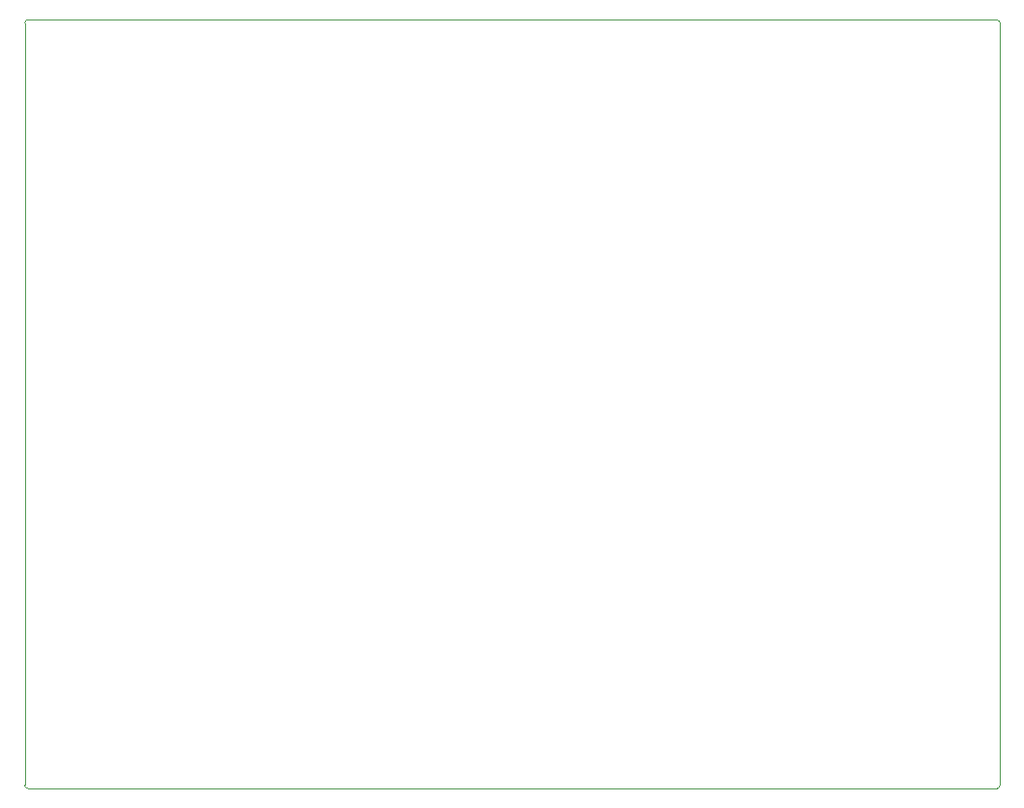
<source format=gbr>
G04 #@! TF.GenerationSoftware,KiCad,Pcbnew,5.1.5*
G04 #@! TF.CreationDate,2020-06-22T22:24:33-05:00*
G04 #@! TF.ProjectId,TwitterKeyboard,54776974-7465-4724-9b65-79626f617264,rev?*
G04 #@! TF.SameCoordinates,Original*
G04 #@! TF.FileFunction,Profile,NP*
%FSLAX46Y46*%
G04 Gerber Fmt 4.6, Leading zero omitted, Abs format (unit mm)*
G04 Created by KiCad (PCBNEW 5.1.5) date 2020-06-22 22:24:33*
%MOMM*%
%LPD*%
G04 APERTURE LIST*
%ADD10C,0.050000*%
G04 APERTURE END LIST*
D10*
X87400000Y-110700000D02*
G75*
G02X87100000Y-110400000I0J300000D01*
G01*
X175800000Y-110400000D02*
G75*
G02X175500000Y-110700000I-300000J0D01*
G01*
X175500000Y-40700000D02*
G75*
G02X175800000Y-41000000I0J-300000D01*
G01*
X87100000Y-41000000D02*
G75*
G02X87400000Y-40700000I300000J0D01*
G01*
X87100000Y-110400000D02*
X87100000Y-41000000D01*
X175500000Y-110700000D02*
X87400000Y-110700000D01*
X175800000Y-41000000D02*
X175800000Y-110400000D01*
X87400000Y-40700000D02*
X175500000Y-40700000D01*
M02*

</source>
